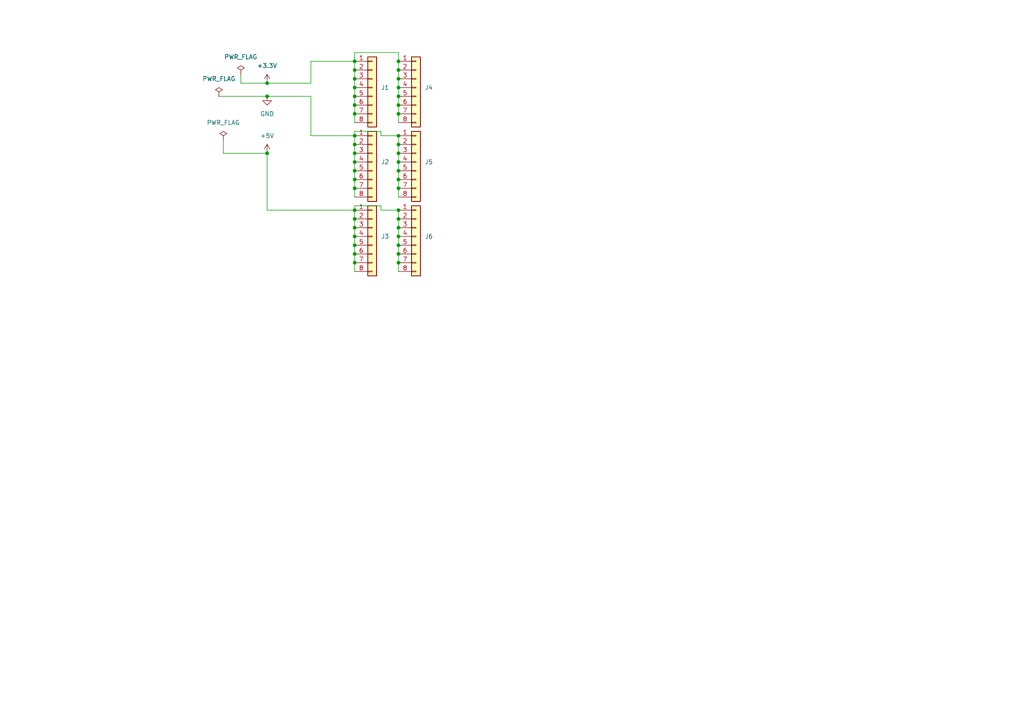
<source format=kicad_sch>
(kicad_sch (version 20250114) (generator "eeschema") (generator_version "9.0")
  (paper "A4")
  (lib_symbols
    (symbol "Connector_Generic:Conn_01x08" (pin_names (offset 1.016) (hide yes))
      (property "Reference" "J" (at 0 10.16 0))
      (property "Value" "Conn_01x08" (at 0 -12.7 0))
      (symbol "Conn_01x08_1_1"
        (rectangle (start -1.27 8.89) (end 1.27 -11.43) (stroke (width 0.254)) (fill (type background)))
        (rectangle (start -1.27 7.747) (end 0 7.493) (stroke (width 0.1524)))
        (rectangle (start -1.27 5.207) (end 0 4.953) (stroke (width 0.1524)))
        (rectangle (start -1.27 2.667) (end 0 2.413) (stroke (width 0.1524)))
        (rectangle (start -1.27 0.127) (end 0 -0.127) (stroke (width 0.1524)))
        (rectangle (start -1.27 -2.413) (end 0 -2.667) (stroke (width 0.1524)))
        (rectangle (start -1.27 -4.953) (end 0 -5.207) (stroke (width 0.1524)))
        (rectangle (start -1.27 -7.493) (end 0 -7.747) (stroke (width 0.1524)))
        (rectangle (start -1.27 -10.033) (end 0 -10.287) (stroke (width 0.1524)))
        (pin passive line (at -5.08 7.62 0) (length 3.81) (name "Pin_1") (number "1"))
        (pin passive line (at -5.08 5.08 0) (length 3.81) (name "Pin_2") (number "2"))
        (pin passive line (at -5.08 2.54 0) (length 3.81) (name "Pin_3") (number "3"))
        (pin passive line (at -5.08 0 0) (length 3.81) (name "Pin_4") (number "4"))
        (pin passive line (at -5.08 -2.54 0) (length 3.81) (name "Pin_5") (number "5"))
        (pin passive line (at -5.08 -5.08 0) (length 3.81) (name "Pin_6") (number "6"))
        (pin passive line (at -5.08 -7.62 0) (length 3.81) (name "Pin_7") (number "7"))
        (pin passive line (at -5.08 -10.16 0) (length 3.81) (name "Pin_8") (number "8"))
      )
    )
    (symbol "power:+3.3V" (power) (pin_numbers (hide yes)) (pin_names (offset 0) (hide yes))
      (property "Value" "+3.3V" (at 0 3.556 0))
      (symbol "+3.3V_0_1"
        (polyline (pts (xy -0.762 1.27) (xy 0 2.54)))
        (polyline (pts (xy 0 2.54) (xy 0.762 1.27)))
        (polyline (pts (xy 0 0) (xy 0 2.54)))
      )
      (symbol "+3.3V_1_1"
        (pin power_in line (at 0 0 90) (length 0) (name "~") (number "1"))
      )
    )
    (symbol "power:+5V" (power) (pin_numbers (hide yes)) (pin_names (offset 0) (hide yes))
      (property "Value" "+5V" (at 0 3.556 0))
      (symbol "+5V_0_1"
        (polyline (pts (xy -0.762 1.27) (xy 0 2.54)))
        (polyline (pts (xy 0 2.54) (xy 0.762 1.27)))
        (polyline (pts (xy 0 0) (xy 0 2.54)))
      )
      (symbol "+5V_1_1"
        (pin power_in line (at 0 0 90) (length 0) (name "~") (number "1"))
      )
    )
    (symbol "power:GND" (power) (pin_numbers (hide yes)) (pin_names (offset 0) (hide yes))
      (property "Value" "GND" (at 0 -3.81 0))
      (symbol "GND_0_1"
        (polyline (pts (xy 0 0) (xy 0 -1.27) (xy 1.27 -1.27) (xy 0 -2.54) (xy -1.27 -1.27) (xy 0 -1.27)))
      )
      (symbol "GND_1_1"
        (pin power_in line (at 0 0 270) (length 0) (name "~") (number "1"))
      )
    )
    (symbol "power:PWR_FLAG" (power) (pin_numbers (hide yes)) (pin_names (offset 0) (hide yes))
      (property "Value" "PWR_FLAG" (at 0 3.81 0))
      (symbol "PWR_FLAG_0_0"
        (pin power_out line (at 0 0 90) (length 0) (name "~") (number "1"))
      )
      (symbol "PWR_FLAG_0_1"
        (polyline (pts (xy 0 0) (xy 0 1.27) (xy -1.016 1.905) (xy 0 2.54) (xy 1.016 1.905) (xy 0 1.27)))
      )
    )
  )
  (junction (at 77.47 44.45))
  (junction (at 115.57 27.94))
  (junction (at 102.87 60.96))
  (junction (at 115.57 63.5))
  (junction (at 102.87 30.48))
  (junction (at 115.57 33.02))
  (junction (at 77.47 27.94))
  (junction (at 102.87 46.99))
  (junction (at 115.57 54.61))
  (junction (at 102.87 66.04))
  (junction (at 102.87 73.66))
  (junction (at 77.47 24.13))
  (junction (at 102.87 54.61))
  (junction (at 115.57 39.37))
  (junction (at 102.87 71.12))
  (junction (at 102.87 39.37))
  (junction (at 102.87 17.78))
  (junction (at 115.57 73.66))
  (junction (at 102.87 76.2))
  (junction (at 102.87 22.86))
  (junction (at 102.87 63.5))
  (junction (at 102.87 68.58))
  (junction (at 115.57 17.78))
  (junction (at 102.87 20.32))
  (junction (at 102.87 49.53))
  (junction (at 115.57 68.58))
  (junction (at 115.57 20.32))
  (junction (at 115.57 66.04))
  (junction (at 115.57 22.86))
  (junction (at 102.87 25.4))
  (junction (at 115.57 60.96))
  (junction (at 115.57 76.2))
  (junction (at 102.87 33.02))
  (junction (at 115.57 49.53))
  (junction (at 102.87 41.91))
  (junction (at 115.57 41.91))
  (junction (at 115.57 30.48))
  (junction (at 115.57 46.99))
  (junction (at 102.87 52.07))
  (junction (at 102.87 27.94))
  (junction (at 115.57 71.12))
  (junction (at 102.87 44.45))
  (junction (at 115.57 52.07))
  (junction (at 115.57 44.45))
  (junction (at 115.57 25.4))
  (wire (pts (xy 77.47 24.13) (xy 69.85 24.13)))
  (wire (pts (xy 102.87 15.24) (xy 102.87 17.78)))
  (wire (pts (xy 102.87 66.04) (xy 102.87 68.58)))
  (wire (pts (xy 115.57 68.58) (xy 115.57 71.12)))
  (wire (pts (xy 102.87 46.99) (xy 102.87 49.53)))
  (wire (pts (xy 102.87 30.48) (xy 102.87 33.02)))
  (wire (pts (xy 77.47 44.45) (xy 64.77 44.45)))
  (wire (pts (xy 115.57 41.91) (xy 115.57 44.45)))
  (wire (pts (xy 115.57 22.86) (xy 115.57 25.4)))
  (wire (pts (xy 102.87 27.94) (xy 102.87 30.48)))
  (wire (pts (xy 102.87 76.2) (xy 102.87 78.74)))
  (wire (pts (xy 77.47 24.13) (xy 90.17 24.13)))
  (wire (pts (xy 102.87 41.91) (xy 102.87 44.45)))
  (wire (pts (xy 90.17 27.94) (xy 77.47 27.94)))
  (wire (pts (xy 64.77 44.45) (xy 64.77 40.64)))
  (wire (pts (xy 115.57 66.04) (xy 115.57 68.58)))
  (wire (pts (xy 90.17 24.13) (xy 90.17 17.78)))
  (wire (pts (xy 115.57 54.61) (xy 115.57 57.15)))
  (wire (pts (xy 102.87 49.53) (xy 102.87 52.07)))
  (wire (pts (xy 115.57 71.12) (xy 115.57 73.66)))
  (wire (pts (xy 115.57 39.37) (xy 115.57 41.91)))
  (wire (pts (xy 102.87 59.69) (xy 102.87 60.96)))
  (wire (pts (xy 102.87 22.86) (xy 102.87 25.4)))
  (wire (pts (xy 115.57 25.4) (xy 115.57 27.94)))
  (wire (pts (xy 110.49 39.37) (xy 110.49 38.1)))
  (wire (pts (xy 115.57 73.66) (xy 115.57 76.2)))
  (wire (pts (xy 102.87 25.4) (xy 102.87 27.94)))
  (wire (pts (xy 115.57 17.78) (xy 115.57 15.24)))
  (wire (pts (xy 115.57 17.78) (xy 115.57 20.32)))
  (wire (pts (xy 102.87 63.5) (xy 102.87 66.04)))
  (wire (pts (xy 115.57 49.53) (xy 115.57 52.07)))
  (wire (pts (xy 102.87 54.61) (xy 102.87 57.15)))
  (wire (pts (xy 102.87 17.78) (xy 102.87 20.32)))
  (wire (pts (xy 102.87 73.66) (xy 102.87 76.2)))
  (wire (pts (xy 115.57 44.45) (xy 115.57 46.99)))
  (wire (pts (xy 115.57 63.5) (xy 115.57 66.04)))
  (wire (pts (xy 102.87 39.37) (xy 90.17 39.37)))
  (wire (pts (xy 102.87 20.32) (xy 102.87 22.86)))
  (wire (pts (xy 115.57 46.99) (xy 115.57 49.53)))
  (wire (pts (xy 77.47 60.96) (xy 77.47 44.45)))
  (wire (pts (xy 115.57 60.96) (xy 110.49 60.96)))
  (wire (pts (xy 102.87 44.45) (xy 102.87 46.99)))
  (wire (pts (xy 102.87 71.12) (xy 102.87 73.66)))
  (wire (pts (xy 115.57 60.96) (xy 115.57 63.5)))
  (wire (pts (xy 102.87 38.1) (xy 102.87 39.37)))
  (wire (pts (xy 115.57 27.94) (xy 115.57 30.48)))
  (wire (pts (xy 115.57 30.48) (xy 115.57 33.02)))
  (wire (pts (xy 115.57 33.02) (xy 115.57 35.56)))
  (wire (pts (xy 102.87 33.02) (xy 102.87 35.56)))
  (wire (pts (xy 110.49 59.69) (xy 102.87 59.69)))
  (wire (pts (xy 102.87 39.37) (xy 102.87 41.91)))
  (wire (pts (xy 110.49 60.96) (xy 110.49 59.69)))
  (wire (pts (xy 102.87 52.07) (xy 102.87 54.61)))
  (wire (pts (xy 115.57 39.37) (xy 110.49 39.37)))
  (wire (pts (xy 110.49 38.1) (xy 102.87 38.1)))
  (wire (pts (xy 102.87 68.58) (xy 102.87 71.12)))
  (wire (pts (xy 115.57 52.07) (xy 115.57 54.61)))
  (wire (pts (xy 63.5 27.94) (xy 77.47 27.94)))
  (wire (pts (xy 69.85 24.13) (xy 69.85 21.59)))
  (wire (pts (xy 90.17 17.78) (xy 102.87 17.78)))
  (wire (pts (xy 115.57 76.2) (xy 115.57 78.74)))
  (wire (pts (xy 102.87 60.96) (xy 102.87 63.5)))
  (wire (pts (xy 102.87 60.96) (xy 77.47 60.96)))
  (wire (pts (xy 115.57 20.32) (xy 115.57 22.86)))
  (wire (pts (xy 90.17 39.37) (xy 90.17 27.94)))
  (wire (pts (xy 115.57 15.24) (xy 102.87 15.24)))
  (symbol (lib_id "power:PWR_FLAG") (at 63.5 27.94 0) (unit 1)
    (property "Reference" "#FLG02" (effects (hide yes)))
    (property "Value" "PWR_FLAG" (at 63.5 22.86 0))
    (property "Description" "Special symbol for telling ERC where power comes from" (effects (hide yes)))
  )
  (symbol (lib_id "power:+3.3V") (at 77.47 24.13 0) (unit 1)
    (property "Reference" "#PWR01" (effects (hide yes)))
    (property "Value" "+3.3V" (at 77.47 19.05 0))
    (property "Description" "Power symbol creates a global label with name \"+3.3V\"" (effects (hide yes)))
  )
  (symbol (lib_id "power:PWR_FLAG") (at 64.77 40.64 0) (unit 1)
    (property "Reference" "#FLG03" (effects (hide yes)))
    (property "Value" "PWR_FLAG" (at 64.77 35.56 0))
    (property "Description" "Special symbol for telling ERC where power comes from" (effects (hide yes)))
  )
  (symbol (lib_id "Connector_Generic:Conn_01x08") (at 120.65 25.4 0) (unit 1)
    (property "Reference" "J4" (at 123.19 25.3999 0) (effects (justify left)))
    (property "Value" "Conn_01x08" (effects (hide yes)))
    (property "Footprint" "Connector_PinHeader_2.54mm:PinHeader_1x08_P2.54mm_Vertical" (effects (hide yes)))
    (property "Description" "Generic connector, single row, 01x08, script generated (kicad-library-utils/schlib/autogen/connector/)" (effects (hide yes)))
  )
  (symbol (lib_id "Connector_Generic:Conn_01x08") (at 120.65 68.58 0) (unit 1)
    (property "Reference" "J6" (at 123.19 68.5799 0) (effects (justify left)))
    (property "Value" "Conn_01x08" (effects (hide yes)))
    (property "Footprint" "Connector_PinHeader_2.54mm:PinHeader_1x08_P2.54mm_Vertical" (effects (hide yes)))
    (property "Description" "Generic connector, single row, 01x08, script generated (kicad-library-utils/schlib/autogen/connector/)" (effects (hide yes)))
  )
  (symbol (lib_id "Connector_Generic:Conn_01x08") (at 107.95 46.99 0) (unit 1)
    (property "Reference" "J2" (at 110.49 46.9899 0) (effects (justify left)))
    (property "Value" "Conn_01x08" (effects (hide yes)))
    (property "Footprint" "Connector_PinHeader_2.54mm:PinHeader_1x08_P2.54mm_Vertical" (effects (hide yes)))
    (property "Description" "Generic connector, single row, 01x08, script generated (kicad-library-utils/schlib/autogen/connector/)" (effects (hide yes)))
  )
  (symbol (lib_id "Connector_Generic:Conn_01x08") (at 107.95 68.58 0) (unit 1)
    (property "Reference" "J3" (at 110.49 68.5799 0) (effects (justify left)))
    (property "Value" "Conn_01x08" (effects (hide yes)))
    (property "Footprint" "Connector_PinHeader_2.54mm:PinHeader_1x08_P2.54mm_Vertical" (effects (hide yes)))
    (property "Description" "Generic connector, single row, 01x08, script generated (kicad-library-utils/schlib/autogen/connector/)" (effects (hide yes)))
  )
  (symbol (lib_id "Connector_Generic:Conn_01x08") (at 120.65 46.99 0) (unit 1)
    (property "Reference" "J5" (at 123.19 46.9899 0) (effects (justify left)))
    (property "Value" "Conn_01x08" (effects (hide yes)))
    (property "Footprint" "Connector_PinHeader_2.54mm:PinHeader_1x08_P2.54mm_Vertical" (effects (hide yes)))
    (property "Description" "Generic connector, single row, 01x08, script generated (kicad-library-utils/schlib/autogen/connector/)" (effects (hide yes)))
  )
  (symbol (lib_id "power:PWR_FLAG") (at 69.85 21.59 0) (unit 1)
    (property "Reference" "#FLG01" (effects (hide yes)))
    (property "Value" "PWR_FLAG" (at 69.85 16.51 0))
    (property "Description" "Special symbol for telling ERC where power comes from" (effects (hide yes)))
  )
  (symbol (lib_id "Connector_Generic:Conn_01x08") (at 107.95 25.4 0) (unit 1)
    (property "Reference" "J1" (at 110.49 25.3999 0) (effects (justify left)))
    (property "Value" "Conn_01x08" (effects (hide yes)))
    (property "Footprint" "Connector_PinHeader_2.54mm:PinHeader_1x08_P2.54mm_Vertical" (effects (hide yes)))
    (property "Description" "Generic connector, single row, 01x08, script generated (kicad-library-utils/schlib/autogen/connector/)" (effects (hide yes)))
  )
  (symbol (lib_id "power:GND") (at 77.47 27.94 0) (unit 1)
    (property "Reference" "#PWR02" (effects (hide yes)))
    (property "Value" "GND" (at 77.47 33.02 0))
    (property "Description" "Power symbol creates a global label with name \"GND\" , ground" (effects (hide yes)))
  )
  (symbol (lib_id "power:+5V") (at 77.47 44.45 0) (unit 1)
    (property "Reference" "#PWR03" (effects (hide yes)))
    (property "Value" "+5V" (at 77.47 39.37 0))
    (property "Description" "Power symbol creates a global label with name \"+5V\"" (effects (hide yes)))
  )
)
</source>
